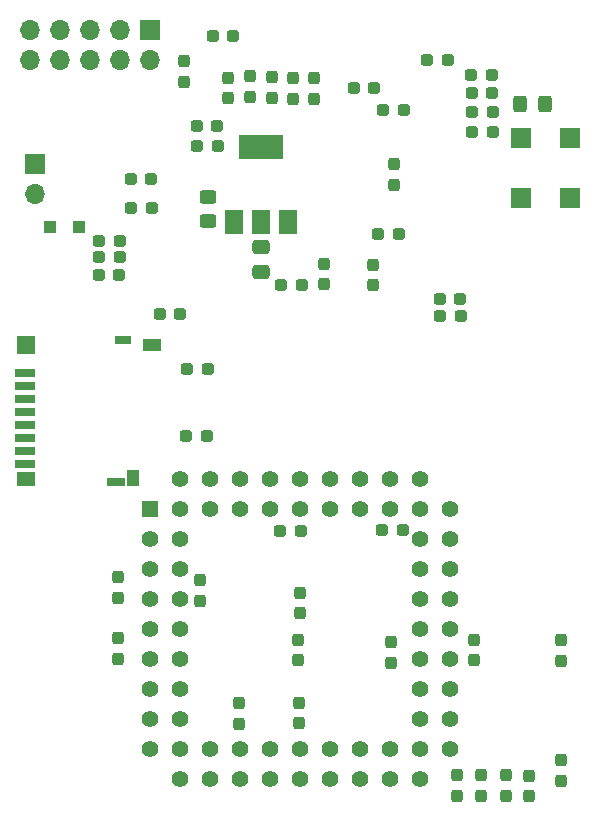
<source format=gbs>
G04 #@! TF.GenerationSoftware,KiCad,Pcbnew,(6.0.0)*
G04 #@! TF.CreationDate,2022-07-21T19:31:28+01:00*
G04 #@! TF.ProjectId,ElectronULA,456c6563-7472-46f6-9e55-4c412e6b6963,rev?*
G04 #@! TF.SameCoordinates,Original*
G04 #@! TF.FileFunction,Soldermask,Bot*
G04 #@! TF.FilePolarity,Negative*
%FSLAX46Y46*%
G04 Gerber Fmt 4.6, Leading zero omitted, Abs format (unit mm)*
G04 Created by KiCad (PCBNEW (6.0.0)) date 2022-07-21 19:31:28*
%MOMM*%
%LPD*%
G01*
G04 APERTURE LIST*
G04 Aperture macros list*
%AMRoundRect*
0 Rectangle with rounded corners*
0 $1 Rounding radius*
0 $2 $3 $4 $5 $6 $7 $8 $9 X,Y pos of 4 corners*
0 Add a 4 corners polygon primitive as box body*
4,1,4,$2,$3,$4,$5,$6,$7,$8,$9,$2,$3,0*
0 Add four circle primitives for the rounded corners*
1,1,$1+$1,$2,$3*
1,1,$1+$1,$4,$5*
1,1,$1+$1,$6,$7*
1,1,$1+$1,$8,$9*
0 Add four rect primitives between the rounded corners*
20,1,$1+$1,$2,$3,$4,$5,0*
20,1,$1+$1,$4,$5,$6,$7,0*
20,1,$1+$1,$6,$7,$8,$9,0*
20,1,$1+$1,$8,$9,$2,$3,0*%
G04 Aperture macros list end*
%ADD10R,1.422400X1.422400*%
%ADD11C,1.422400*%
%ADD12R,1.700000X1.700000*%
%ADD13O,1.700000X1.700000*%
%ADD14RoundRect,0.237500X0.237500X-0.287500X0.237500X0.287500X-0.237500X0.287500X-0.237500X-0.287500X0*%
%ADD15RoundRect,0.237500X-0.287500X-0.237500X0.287500X-0.237500X0.287500X0.237500X-0.287500X0.237500X0*%
%ADD16RoundRect,0.237500X-0.237500X0.287500X-0.237500X-0.287500X0.237500X-0.287500X0.237500X0.287500X0*%
%ADD17RoundRect,0.237500X0.287500X0.237500X-0.287500X0.237500X-0.287500X-0.237500X0.287500X-0.237500X0*%
%ADD18RoundRect,0.249999X0.450001X-0.325001X0.450001X0.325001X-0.450001X0.325001X-0.450001X-0.325001X0*%
%ADD19RoundRect,0.249999X-0.325001X-0.450001X0.325001X-0.450001X0.325001X0.450001X-0.325001X0.450001X0*%
%ADD20R,1.800000X1.800000*%
%ADD21R,1.500000X2.000000*%
%ADD22R,3.800000X2.000000*%
%ADD23R,1.000000X1.000000*%
%ADD24R,1.750000X0.700000*%
%ADD25R,1.000000X1.450000*%
%ADD26R,1.550000X1.000000*%
%ADD27R,1.500000X1.300000*%
%ADD28R,1.400000X0.800000*%
%ADD29R,1.500000X1.500000*%
%ADD30R,1.500000X0.800000*%
%ADD31RoundRect,0.250000X-0.475000X0.337500X-0.475000X-0.337500X0.475000X-0.337500X0.475000X0.337500X0*%
G04 APERTURE END LIST*
D10*
X141338300Y-98336100D03*
D11*
X143878300Y-98336100D03*
X141338300Y-100876100D03*
X143878300Y-100876100D03*
X141338300Y-103416100D03*
X143878300Y-103416100D03*
X141338300Y-105956100D03*
X143878300Y-105956100D03*
X141338300Y-108496100D03*
X143878300Y-108496100D03*
X141338300Y-111036100D03*
X143878300Y-111036100D03*
X141338300Y-113576100D03*
X143878300Y-113576100D03*
X141338300Y-116116100D03*
X143878300Y-116116100D03*
X141338300Y-118656100D03*
X143878300Y-121196100D03*
X143878300Y-118656100D03*
X146418300Y-121196100D03*
X146418300Y-118656100D03*
X148958300Y-121196100D03*
X148958300Y-118656100D03*
X151498300Y-121196100D03*
X151498300Y-118656100D03*
X154038300Y-121196100D03*
X154038300Y-118656100D03*
X156578300Y-121196100D03*
X156578300Y-118656100D03*
X159118300Y-121196100D03*
X159118300Y-118656100D03*
X161658300Y-121196100D03*
X161658300Y-118656100D03*
X164198300Y-121196100D03*
X166738300Y-118656100D03*
X164198300Y-118656100D03*
X166738300Y-116116100D03*
X164198300Y-116116100D03*
X166738300Y-113576100D03*
X164198300Y-113576100D03*
X166738300Y-111036100D03*
X164198300Y-111036100D03*
X166738300Y-108496100D03*
X164198300Y-108496100D03*
X166738300Y-105956100D03*
X164198300Y-105956100D03*
X166738300Y-103416100D03*
X164198300Y-103416100D03*
X166738300Y-100876100D03*
X164198300Y-100876100D03*
X166738300Y-98336100D03*
X164198300Y-95796100D03*
X164198300Y-98336100D03*
X161658300Y-95796100D03*
X161658300Y-98336100D03*
X159118300Y-95796100D03*
X159118300Y-98336100D03*
X156578300Y-95796100D03*
X156578300Y-98336100D03*
X154038300Y-95796100D03*
X154038300Y-98336100D03*
X151498300Y-95796100D03*
X151498300Y-98336100D03*
X148958300Y-95796100D03*
X148958300Y-98336100D03*
X146418300Y-95796100D03*
X146418300Y-98336100D03*
X143878300Y-95796100D03*
D12*
X141325600Y-57711340D03*
D13*
X141325600Y-60251340D03*
X138785600Y-57711340D03*
X138785600Y-60251340D03*
X136245600Y-57711340D03*
X136245600Y-60251340D03*
X133705600Y-57711340D03*
X133705600Y-60251340D03*
X131165600Y-57711340D03*
X131165600Y-60251340D03*
D12*
X131620260Y-69113400D03*
D13*
X131620260Y-71653400D03*
D14*
X148877200Y-116496000D03*
X148877200Y-114746000D03*
D15*
X160967200Y-100101000D03*
X162717200Y-100101000D03*
D14*
X154057200Y-107141000D03*
X154057200Y-105391000D03*
X145511520Y-106086880D03*
X145511520Y-104336880D03*
D16*
X161707200Y-109561000D03*
X161707200Y-111311000D03*
X176102720Y-109423220D03*
X176102720Y-111173220D03*
D17*
X154082200Y-100161000D03*
X152332200Y-100161000D03*
D15*
X144392200Y-92157560D03*
X146142200Y-92157560D03*
D14*
X153897200Y-116441000D03*
X153897200Y-114691000D03*
D16*
X153837200Y-109381000D03*
X153837200Y-111131000D03*
D17*
X162794920Y-64498220D03*
X161044920Y-64498220D03*
X162385980Y-74996040D03*
X160635980Y-74996040D03*
D16*
X153393140Y-61842680D03*
X153393140Y-63592680D03*
D14*
X160185100Y-79366080D03*
X160185100Y-77616080D03*
D16*
X147883880Y-61776640D03*
X147883880Y-63526640D03*
D15*
X165832820Y-80515460D03*
X167582820Y-80515460D03*
X164801580Y-60286900D03*
X166551580Y-60286900D03*
D17*
X141451300Y-72854820D03*
X139701300Y-72854820D03*
X143902200Y-81831000D03*
X142152200Y-81831000D03*
D15*
X152411460Y-79308960D03*
X154161460Y-79308960D03*
X145263900Y-65864740D03*
X147013900Y-65864740D03*
X139683520Y-70370700D03*
X141433520Y-70370700D03*
D14*
X151683720Y-63486000D03*
X151683720Y-61736000D03*
X149778720Y-63394560D03*
X149778720Y-61644560D03*
D15*
X146627880Y-58239660D03*
X148377880Y-58239660D03*
D16*
X161991040Y-69127400D03*
X161991040Y-70877400D03*
D14*
X155188920Y-63552040D03*
X155188920Y-61802040D03*
D18*
X146237960Y-73948400D03*
X146237960Y-71898400D03*
D16*
X168772840Y-109371160D03*
X168772840Y-111121160D03*
D19*
X172680520Y-63985140D03*
X174730520Y-63985140D03*
D20*
X176880520Y-66855340D03*
X176880520Y-71935340D03*
X172689520Y-71935340D03*
X172689520Y-66855340D03*
D15*
X158558260Y-62664340D03*
X160308260Y-62664340D03*
D21*
X153033760Y-73980440D03*
X150733760Y-73980440D03*
X148433760Y-73980440D03*
D22*
X150733760Y-67680440D03*
D14*
X144170400Y-62160120D03*
X144170400Y-60410120D03*
X138595100Y-110994160D03*
X138595100Y-109244160D03*
X176159160Y-121319260D03*
X176159160Y-119569260D03*
X156077920Y-79269560D03*
X156077920Y-77519560D03*
D15*
X165865840Y-81978500D03*
X167615840Y-81978500D03*
D17*
X170282840Y-61523880D03*
X168532840Y-61523880D03*
X170313320Y-63103760D03*
X168563320Y-63103760D03*
X170333640Y-64678560D03*
X168583640Y-64678560D03*
X170343800Y-66365120D03*
X168593800Y-66365120D03*
D15*
X144472200Y-86427560D03*
X146222200Y-86427560D03*
D17*
X147067240Y-67564000D03*
X145317240Y-67564000D03*
X138736040Y-78450440D03*
X136986040Y-78450440D03*
X138761440Y-76982320D03*
X137011440Y-76982320D03*
D14*
X138572240Y-105820180D03*
X138572240Y-104070180D03*
D17*
X138766520Y-75575160D03*
X137016520Y-75575160D03*
D23*
X135318820Y-74455020D03*
X132818820Y-74455020D03*
D14*
X167335200Y-122614660D03*
X167335200Y-120864660D03*
X169384980Y-122599420D03*
X169384980Y-120849420D03*
X171437300Y-122589260D03*
X171437300Y-120839260D03*
X173428660Y-122622280D03*
X173428660Y-120872280D03*
D24*
X130694940Y-86829900D03*
X130694940Y-87929900D03*
X130694940Y-89029900D03*
X130694940Y-90129900D03*
X130694940Y-91229900D03*
X130694940Y-92329900D03*
X130694940Y-93429900D03*
X130694940Y-94529900D03*
D25*
X139919940Y-95654900D03*
D26*
X141494940Y-84429900D03*
D27*
X130819940Y-95729900D03*
D28*
X139069940Y-84029900D03*
D29*
X130819940Y-84379900D03*
D30*
X138419940Y-95979900D03*
D31*
X150723600Y-76127700D03*
X150723600Y-78202700D03*
M02*

</source>
